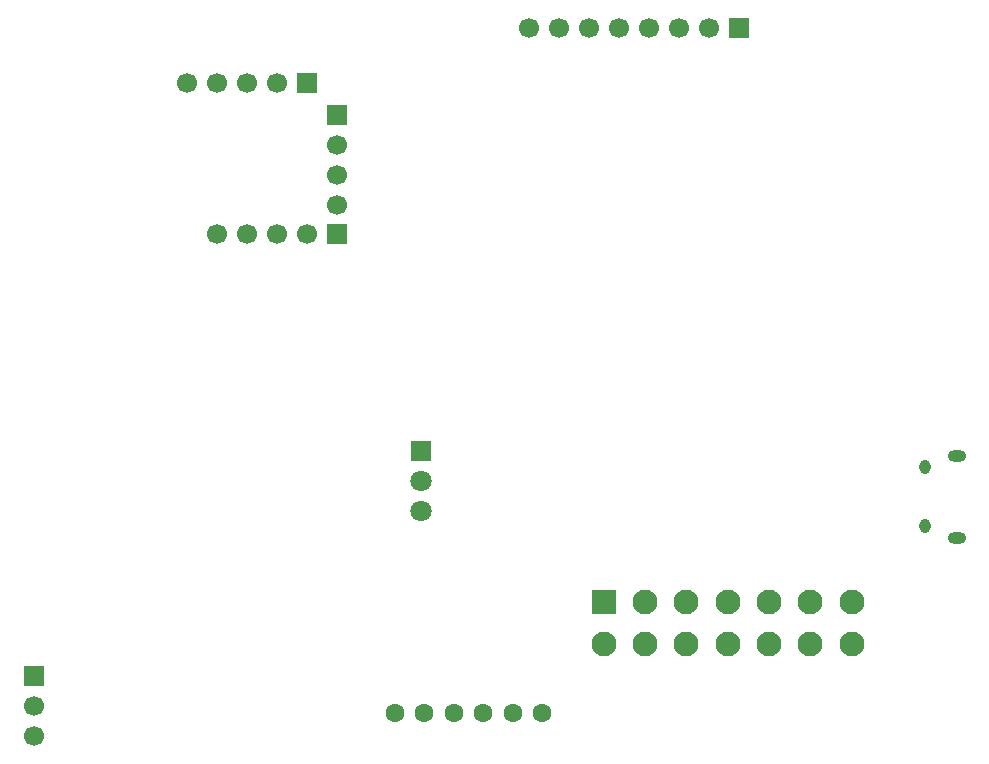
<source format=gbr>
%TF.GenerationSoftware,KiCad,Pcbnew,9.0.2*%
%TF.CreationDate,2025-08-19T14:52:08+02:00*%
%TF.ProjectId,Option1,4f707469-6f6e-4312-9e6b-696361645f70,rev?*%
%TF.SameCoordinates,Original*%
%TF.FileFunction,Soldermask,Bot*%
%TF.FilePolarity,Negative*%
%FSLAX46Y46*%
G04 Gerber Fmt 4.6, Leading zero omitted, Abs format (unit mm)*
G04 Created by KiCad (PCBNEW 9.0.2) date 2025-08-19 14:52:08*
%MOMM*%
%LPD*%
G01*
G04 APERTURE LIST*
%ADD10R,1.700000X1.700000*%
%ADD11C,1.700000*%
%ADD12R,2.100000X2.100000*%
%ADD13C,2.100000*%
%ADD14R,1.800000X1.800000*%
%ADD15C,1.800000*%
%ADD16C,1.600000*%
%ADD17O,1.550000X1.000000*%
%ADD18O,0.950000X1.250000*%
G04 APERTURE END LIST*
D10*
%TO.C,U202*%
X104790000Y-101940000D03*
D11*
X104790000Y-104480000D03*
X104790000Y-107020000D03*
%TD*%
D10*
%TO.C,J403*%
X130437144Y-64560000D03*
D11*
X127897144Y-64560000D03*
X125357144Y-64560000D03*
X122817144Y-64560000D03*
X120277144Y-64560000D03*
%TD*%
D12*
%TO.C,J503*%
X153050000Y-95725000D03*
D13*
X153050000Y-99225000D03*
X156550000Y-95725000D03*
X156550000Y-99225000D03*
X160050000Y-95725000D03*
X160050000Y-99225000D03*
X163550000Y-95725000D03*
X163550000Y-99225000D03*
X167050000Y-95725000D03*
X167050000Y-99225000D03*
X170550000Y-95725000D03*
X170550000Y-99225000D03*
X174050000Y-95725000D03*
X174050000Y-99225000D03*
%TD*%
D10*
%TO.C,J401*%
X127937144Y-51740000D03*
D11*
X125397144Y-51740000D03*
X122857144Y-51740000D03*
X120317144Y-51740000D03*
X117777144Y-51740000D03*
%TD*%
D14*
%TO.C,U201*%
X137590000Y-82950000D03*
D15*
X137590000Y-85490000D03*
X137590000Y-88030000D03*
%TD*%
D16*
%TO.C,J_RFID_LED1*%
X135360000Y-105110000D03*
X137860000Y-105110000D03*
X140360000Y-105110000D03*
X142860000Y-105110000D03*
X145360000Y-105110000D03*
X147860000Y-105110000D03*
%TD*%
D10*
%TO.C,J1801*%
X164510000Y-47130000D03*
D11*
X161970000Y-47130000D03*
X159430000Y-47130000D03*
X156890000Y-47130000D03*
X154350000Y-47130000D03*
X151810000Y-47130000D03*
X149270000Y-47130000D03*
X146730000Y-47130000D03*
%TD*%
D17*
%TO.C,USB*%
X182937500Y-90300000D03*
D18*
X180237500Y-89300000D03*
X180237500Y-84300000D03*
D17*
X182937500Y-83300000D03*
%TD*%
D10*
%TO.C,J402*%
X130437144Y-54440000D03*
D11*
X130437144Y-56980000D03*
X130437144Y-59520000D03*
X130437144Y-62060000D03*
%TD*%
M02*

</source>
